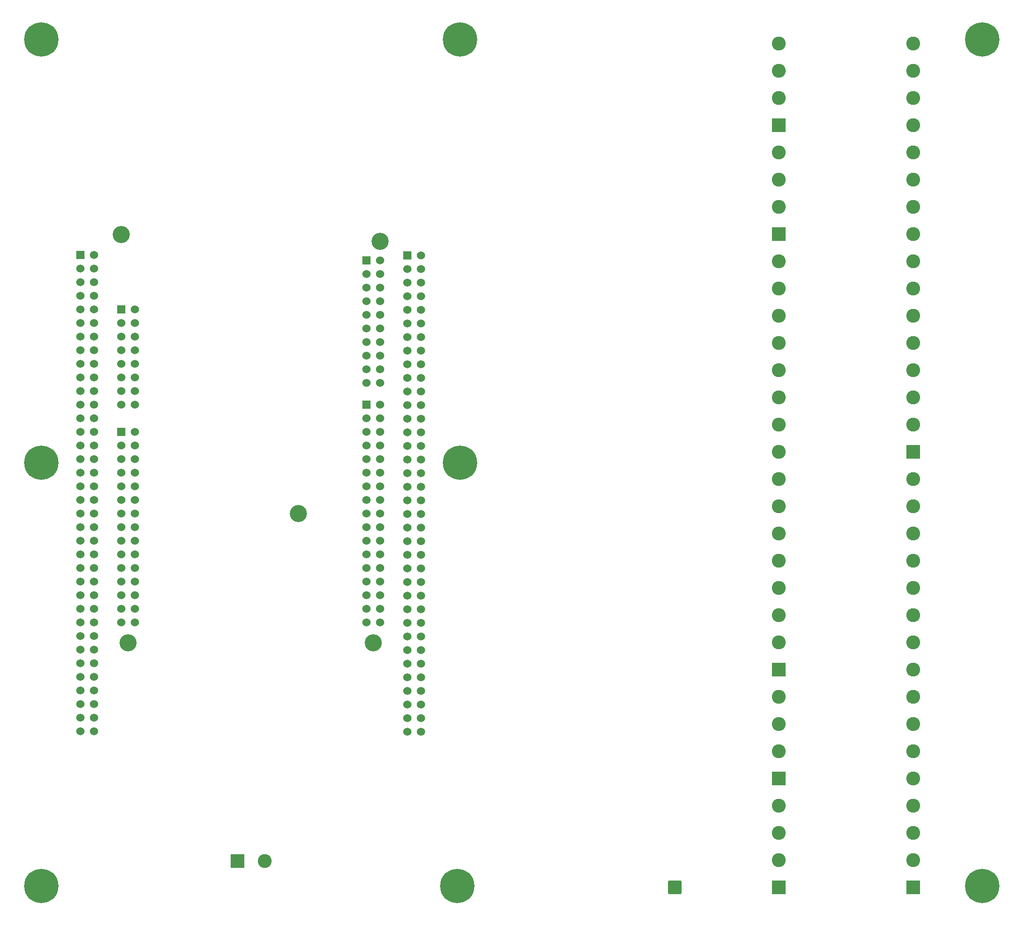
<source format=gbr>
%TF.GenerationSoftware,KiCad,Pcbnew,(5.99.0-10483-ga6ad7a4a70)*%
%TF.CreationDate,2021-07-25T14:43:05+03:00*%
%TF.ProjectId,digital_inputs,64696769-7461-46c5-9f69-6e707574732e,rev?*%
%TF.SameCoordinates,Original*%
%TF.FileFunction,Soldermask,Bot*%
%TF.FilePolarity,Negative*%
%FSLAX46Y46*%
G04 Gerber Fmt 4.6, Leading zero omitted, Abs format (unit mm)*
G04 Created by KiCad (PCBNEW (5.99.0-10483-ga6ad7a4a70)) date 2021-07-25 14:43:05*
%MOMM*%
%LPD*%
G01*
G04 APERTURE LIST*
G04 Aperture macros list*
%AMRoundRect*
0 Rectangle with rounded corners*
0 $1 Rounding radius*
0 $2 $3 $4 $5 $6 $7 $8 $9 X,Y pos of 4 corners*
0 Add a 4 corners polygon primitive as box body*
4,1,4,$2,$3,$4,$5,$6,$7,$8,$9,$2,$3,0*
0 Add four circle primitives for the rounded corners*
1,1,$1+$1,$2,$3*
1,1,$1+$1,$4,$5*
1,1,$1+$1,$6,$7*
1,1,$1+$1,$8,$9*
0 Add four rect primitives between the rounded corners*
20,1,$1+$1,$2,$3,$4,$5,0*
20,1,$1+$1,$4,$5,$6,$7,0*
20,1,$1+$1,$6,$7,$8,$9,0*
20,1,$1+$1,$8,$9,$2,$3,0*%
G04 Aperture macros list end*
%ADD10C,0.800000*%
%ADD11C,6.400000*%
%ADD12R,2.600000X2.600000*%
%ADD13C,2.600000*%
%ADD14R,1.530000X1.530000*%
%ADD15C,1.530000*%
%ADD16C,3.200000*%
%ADD17RoundRect,0.249999X-1.025001X-1.025001X1.025001X-1.025001X1.025001X1.025001X-1.025001X1.025001X0*%
G04 APERTURE END LIST*
D10*
%TO.C,J12*%
X208000000Y-206100000D03*
X206302944Y-206802944D03*
X205600000Y-208500000D03*
X206302944Y-210197056D03*
D11*
X208000000Y-208500000D03*
D10*
X209697056Y-210197056D03*
X209697056Y-206802944D03*
X210400000Y-208500000D03*
X208000000Y-210900000D03*
%TD*%
D12*
%TO.C,J6*%
X267925000Y-188459999D03*
D13*
X267925000Y-183379999D03*
X267925000Y-178299999D03*
X267925000Y-173219999D03*
%TD*%
D12*
%TO.C,J5*%
X167005000Y-203835000D03*
D13*
X172085000Y-203835000D03*
%TD*%
D10*
%TO.C,J10*%
X206100000Y-129500000D03*
X210900000Y-129500000D03*
X210197056Y-131197056D03*
X208500000Y-131900000D03*
X206802944Y-131197056D03*
D11*
X208500000Y-129500000D03*
D10*
X206802944Y-127802944D03*
X210197056Y-127802944D03*
X208500000Y-127100000D03*
%TD*%
D12*
%TO.C,J7*%
X267925000Y-86860000D03*
D13*
X267925000Y-81780000D03*
X267925000Y-76700000D03*
X267925000Y-71620000D03*
%TD*%
D12*
%TO.C,J8*%
X267925000Y-66540000D03*
D13*
X267925000Y-61460000D03*
X267925000Y-56380000D03*
X267925000Y-51300000D03*
%TD*%
D12*
%TO.C,J3*%
X293020000Y-208780000D03*
D13*
X293020000Y-203700000D03*
X293020000Y-198620000D03*
X293020000Y-193540000D03*
X293020000Y-188460000D03*
X293020000Y-183380000D03*
X293020000Y-178300000D03*
X293020000Y-173220000D03*
X293020000Y-168140000D03*
X293020000Y-163060000D03*
X293020000Y-157980000D03*
X293020000Y-152900000D03*
X293020000Y-147820000D03*
X293020000Y-142740000D03*
X293020000Y-137660000D03*
X293020000Y-132580000D03*
%TD*%
D10*
%TO.C,J16*%
X305914214Y-206100000D03*
D11*
X305914214Y-208500000D03*
D10*
X308314214Y-208500000D03*
X304217158Y-210197056D03*
X307611270Y-206802944D03*
X305914214Y-210900000D03*
X303514214Y-208500000D03*
X304217158Y-206802944D03*
X307611270Y-210197056D03*
%TD*%
%TO.C,J11*%
X304217158Y-52197056D03*
X305914214Y-48100000D03*
X308314214Y-50500000D03*
D11*
X305914214Y-50500000D03*
D10*
X304217158Y-48802944D03*
X305914214Y-52900000D03*
X307611270Y-48802944D03*
X307611270Y-52197056D03*
X303514214Y-50500000D03*
%TD*%
D14*
%TO.C,U11*%
X191090000Y-91816000D03*
D15*
X193630000Y-91816000D03*
X191090000Y-94356000D03*
X193630000Y-94356000D03*
X191090000Y-96896000D03*
X193630000Y-96896000D03*
X191090000Y-99436000D03*
X193630000Y-99436000D03*
X191090000Y-101976000D03*
X193630000Y-101976000D03*
X191090000Y-104516000D03*
X193630000Y-104516000D03*
X191090000Y-107056000D03*
X193630000Y-107056000D03*
X191090000Y-109596000D03*
X193630000Y-109596000D03*
X191090000Y-112136000D03*
X193630000Y-112136000D03*
X191090000Y-114676000D03*
X193630000Y-114676000D03*
D14*
X145370000Y-100960000D03*
D15*
X147910000Y-100960000D03*
X145370000Y-103500000D03*
X147910000Y-103500000D03*
X145370000Y-106040000D03*
X147910000Y-106040000D03*
X145370000Y-108580000D03*
X147910000Y-108580000D03*
X145370000Y-111120000D03*
X147910000Y-111120000D03*
X145370000Y-113660000D03*
X147910000Y-113660000D03*
X145370000Y-116200000D03*
X147910000Y-116200000D03*
X145370000Y-118740000D03*
X147910000Y-118740000D03*
D14*
X145370000Y-123820000D03*
D15*
X147910000Y-123820000D03*
X145370000Y-126360000D03*
X147910000Y-126360000D03*
X145370000Y-128900000D03*
X147910000Y-128900000D03*
X145370000Y-131440000D03*
X147910000Y-131440000D03*
X145370000Y-133980000D03*
X147910000Y-133980000D03*
X145370000Y-136520000D03*
X147910000Y-136520000D03*
X145370000Y-139060000D03*
X147910000Y-139060000D03*
X145370000Y-141600000D03*
X147910000Y-141600000D03*
X145370000Y-144140000D03*
X147910000Y-144140000D03*
X145370000Y-146680000D03*
X147910000Y-146680000D03*
X145370000Y-149220000D03*
X147910000Y-149220000D03*
X145370000Y-151760000D03*
X147910000Y-151760000D03*
X145370000Y-154300000D03*
X147910000Y-154300000D03*
X145370000Y-156840000D03*
X147910000Y-156840000D03*
X145370000Y-159380000D03*
X147910000Y-159380000D03*
D14*
X191090000Y-118740000D03*
D15*
X193630000Y-118740000D03*
X191090000Y-121280000D03*
X193630000Y-121280000D03*
X191090000Y-123820000D03*
X193630000Y-123820000D03*
X191090000Y-126360000D03*
X193630000Y-126360000D03*
X191090000Y-128900000D03*
X193630000Y-128900000D03*
X191090000Y-131440000D03*
X193630000Y-131440000D03*
X191090000Y-133980000D03*
X193630000Y-133980000D03*
X191090000Y-136520000D03*
X193630000Y-136520000D03*
X191090000Y-139060000D03*
X193630000Y-139060000D03*
X191090000Y-141600000D03*
X193630000Y-141600000D03*
X191090000Y-144140000D03*
X193630000Y-144140000D03*
X191090000Y-146680000D03*
X193630000Y-146680000D03*
X191090000Y-149220000D03*
X193630000Y-149220000D03*
X191090000Y-151760000D03*
X193630000Y-151760000D03*
X191090000Y-154300000D03*
X193630000Y-154300000D03*
X191090000Y-156840000D03*
X193630000Y-156840000D03*
X191090000Y-159380000D03*
X193630000Y-159380000D03*
D14*
X137750000Y-90800000D03*
D15*
X140290000Y-90800000D03*
X137750000Y-93340000D03*
X140290000Y-93340000D03*
X137750000Y-95880000D03*
X140290000Y-95880000D03*
X137750000Y-98420000D03*
X140290000Y-98420000D03*
X137750000Y-100960000D03*
X140290000Y-100960000D03*
X137750000Y-103500000D03*
X140290000Y-103500000D03*
X137750000Y-106040000D03*
X140290000Y-106040000D03*
X137750000Y-108580000D03*
X140290000Y-108580000D03*
X137750000Y-111120000D03*
X140290000Y-111120000D03*
X137750000Y-113660000D03*
X140290000Y-113660000D03*
X137750000Y-116200000D03*
X140290000Y-116200000D03*
X137750000Y-118740000D03*
X140290000Y-118740000D03*
X137750000Y-121280000D03*
X140290000Y-121280000D03*
X137750000Y-123820000D03*
X140290000Y-123820000D03*
X137750000Y-126360000D03*
X140290000Y-126360000D03*
X137750000Y-128900000D03*
X140290000Y-128900000D03*
X137750000Y-131440000D03*
X140290000Y-131440000D03*
X137750000Y-133980000D03*
X140290000Y-133980000D03*
X137750000Y-136520000D03*
X140290000Y-136520000D03*
X137750000Y-139060000D03*
X140290000Y-139060000D03*
X137750000Y-141600000D03*
X140290000Y-141600000D03*
X137750000Y-144140000D03*
X140290000Y-144140000D03*
X137750000Y-146680000D03*
X140290000Y-146680000D03*
X137750000Y-149220000D03*
X140290000Y-149220000D03*
X137750000Y-151760000D03*
X140290000Y-151760000D03*
X137750000Y-154300000D03*
X140290000Y-154300000D03*
X137750000Y-156840000D03*
X140290000Y-156840000D03*
X137750000Y-159380000D03*
X140290000Y-159380000D03*
X137750000Y-161920000D03*
X140290000Y-161920000D03*
X137750000Y-164460000D03*
X140290000Y-164460000D03*
X137750000Y-167000000D03*
X140290000Y-167000000D03*
X137750000Y-169540000D03*
X140290000Y-169540000D03*
X137750000Y-172080000D03*
X140290000Y-172080000D03*
X137750000Y-174620000D03*
X140290000Y-174620000D03*
X137750000Y-177160000D03*
X140290000Y-177160000D03*
X137750000Y-179700000D03*
X140290000Y-179700000D03*
D14*
X198710000Y-90820000D03*
D15*
X201250000Y-90820000D03*
X198710000Y-93360000D03*
X201250000Y-93360000D03*
X198710000Y-95900000D03*
X201250000Y-95900000D03*
X198710000Y-98440000D03*
X201250000Y-98440000D03*
X198710000Y-100980000D03*
X201250000Y-100980000D03*
X198710000Y-103520000D03*
X201250000Y-103520000D03*
X198710000Y-106060000D03*
X201250000Y-106060000D03*
X198710000Y-108600000D03*
X201250000Y-108600000D03*
X198710000Y-111140000D03*
X201250000Y-111140000D03*
X198710000Y-113680000D03*
X201250000Y-113680000D03*
X198710000Y-116220000D03*
X201250000Y-116220000D03*
X198710000Y-118760000D03*
X201250000Y-118760000D03*
X198710000Y-121300000D03*
X201250000Y-121300000D03*
X198710000Y-123840000D03*
X201250000Y-123840000D03*
X198710000Y-126380000D03*
X201250000Y-126380000D03*
X198710000Y-128920000D03*
X201250000Y-128920000D03*
X198710000Y-131460000D03*
X201250000Y-131460000D03*
X198710000Y-134000000D03*
X201250000Y-134000000D03*
X198710000Y-136540000D03*
X201250000Y-136540000D03*
X198710000Y-139080000D03*
X201250000Y-139080000D03*
X198710000Y-141620000D03*
X201250000Y-141620000D03*
X198710000Y-144160000D03*
X201250000Y-144160000D03*
X198710000Y-146700000D03*
X201250000Y-146700000D03*
X198710000Y-149240000D03*
X201250000Y-149240000D03*
X198710000Y-151780000D03*
X201250000Y-151780000D03*
X198710000Y-154320000D03*
X201250000Y-154320000D03*
X198710000Y-156860000D03*
X201250000Y-156860000D03*
X198710000Y-159400000D03*
X201250000Y-159400000D03*
X198710000Y-161940000D03*
X201250000Y-161940000D03*
X198710000Y-164480000D03*
X201250000Y-164480000D03*
X198710000Y-167020000D03*
X201250000Y-167020000D03*
X198710000Y-169560000D03*
X201250000Y-169560000D03*
X198710000Y-172100000D03*
X201250000Y-172100000D03*
X198710000Y-174640000D03*
X201250000Y-174640000D03*
X198710000Y-177180000D03*
X201250000Y-177180000D03*
X198710000Y-179720000D03*
X201250000Y-179720000D03*
D16*
X192360000Y-163190000D03*
X178390000Y-139060000D03*
X145370000Y-86990000D03*
X146640000Y-163190000D03*
X193630000Y-88260000D03*
%TD*%
D12*
%TO.C,J1*%
X293020000Y-127500000D03*
D13*
X293020000Y-122420000D03*
X293020000Y-117340000D03*
X293020000Y-112260000D03*
X293020000Y-107180000D03*
X293020000Y-102100000D03*
X293020000Y-97020000D03*
X293020000Y-91940000D03*
X293020000Y-86860000D03*
X293020000Y-81780000D03*
X293020000Y-76700000D03*
X293020000Y-71620000D03*
X293020000Y-66540000D03*
X293020000Y-61460000D03*
X293020000Y-56380000D03*
X293020000Y-51300000D03*
%TD*%
D12*
%TO.C,J2*%
X267925000Y-168140000D03*
D13*
X267925000Y-163060000D03*
X267925000Y-157980000D03*
X267925000Y-152900000D03*
X267925000Y-147820000D03*
X267925000Y-142740000D03*
X267925000Y-137660000D03*
X267925000Y-132580000D03*
X267925000Y-127500000D03*
X267925000Y-122420000D03*
X267925000Y-117340000D03*
X267925000Y-112260000D03*
X267925000Y-107180000D03*
X267925000Y-102100000D03*
X267925000Y-97020000D03*
X267925000Y-91940000D03*
%TD*%
D10*
%TO.C,J13*%
X128802944Y-48802944D03*
X128802944Y-52197056D03*
X132197056Y-52197056D03*
X130500000Y-48100000D03*
X128100000Y-50500000D03*
X130500000Y-52900000D03*
X132900000Y-50500000D03*
D11*
X130500000Y-50500000D03*
D10*
X132197056Y-48802944D03*
%TD*%
%TO.C,J14*%
X208500000Y-52900000D03*
X208500000Y-48100000D03*
X206100000Y-50500000D03*
X210197056Y-52197056D03*
X210197056Y-48802944D03*
X206802944Y-48802944D03*
X210900000Y-50500000D03*
D11*
X208500000Y-50500000D03*
D10*
X206802944Y-52197056D03*
%TD*%
D17*
%TO.C,J4*%
X248580000Y-208780000D03*
%TD*%
D10*
%TO.C,J17*%
X130500000Y-206100000D03*
X130500000Y-210900000D03*
X132900000Y-208500000D03*
D11*
X130500000Y-208500000D03*
D10*
X128100000Y-208500000D03*
X128802944Y-206802944D03*
X132197056Y-206802944D03*
X132197056Y-210197056D03*
X128802944Y-210197056D03*
%TD*%
%TO.C,J15*%
X128802944Y-131197056D03*
X128802944Y-127802944D03*
D11*
X130500000Y-129500000D03*
D10*
X132197056Y-127802944D03*
X128100000Y-129500000D03*
X132197056Y-131197056D03*
X130500000Y-127100000D03*
X130500000Y-131900000D03*
X132900000Y-129500000D03*
%TD*%
D12*
%TO.C,J9*%
X267925000Y-208780000D03*
D13*
X267925000Y-203700000D03*
X267925000Y-198620000D03*
X267925000Y-193540000D03*
%TD*%
M02*

</source>
